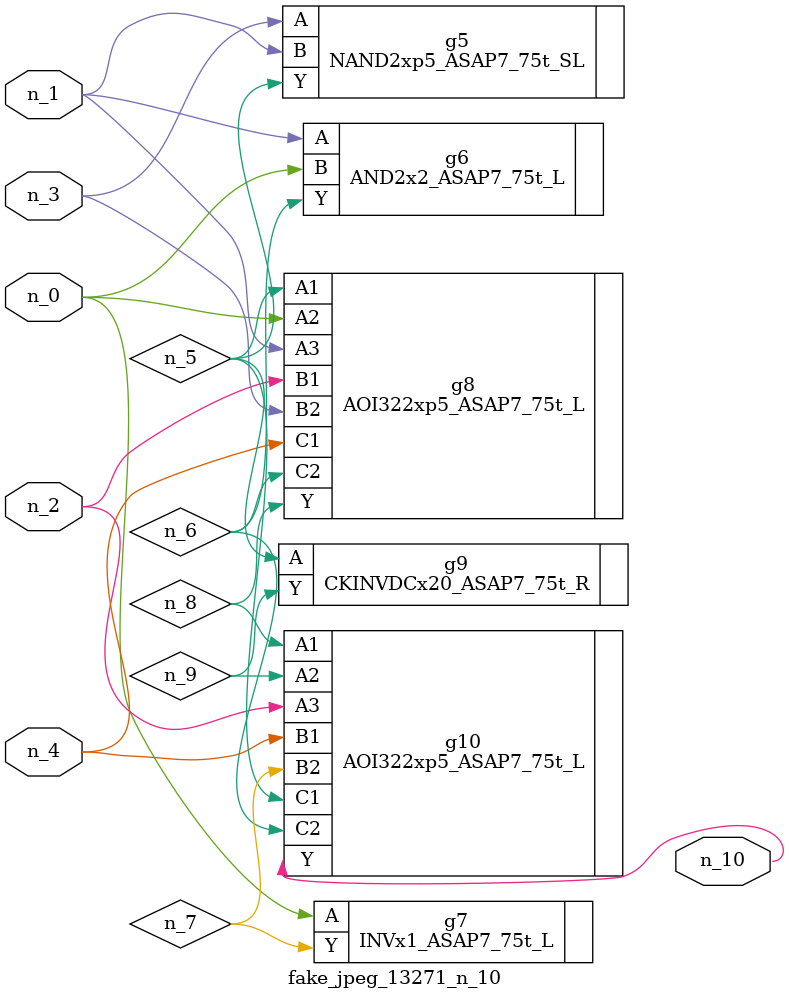
<source format=v>
module fake_jpeg_13271_n_10 (n_3, n_2, n_1, n_0, n_4, n_10);

input n_3;
input n_2;
input n_1;
input n_0;
input n_4;

output n_10;

wire n_8;
wire n_9;
wire n_6;
wire n_5;
wire n_7;

NAND2xp5_ASAP7_75t_SL g5 ( 
.A(n_3),
.B(n_1),
.Y(n_5)
);

AND2x2_ASAP7_75t_L g6 ( 
.A(n_1),
.B(n_0),
.Y(n_6)
);

INVx1_ASAP7_75t_L g7 ( 
.A(n_0),
.Y(n_7)
);

AOI322xp5_ASAP7_75t_L g8 ( 
.A1(n_5),
.A2(n_0),
.A3(n_1),
.B1(n_2),
.B2(n_3),
.C1(n_4),
.C2(n_6),
.Y(n_8)
);

AOI322xp5_ASAP7_75t_L g10 ( 
.A1(n_8),
.A2(n_9),
.A3(n_2),
.B1(n_4),
.B2(n_7),
.C1(n_5),
.C2(n_6),
.Y(n_10)
);

CKINVDCx20_ASAP7_75t_R g9 ( 
.A(n_5),
.Y(n_9)
);


endmodule
</source>
